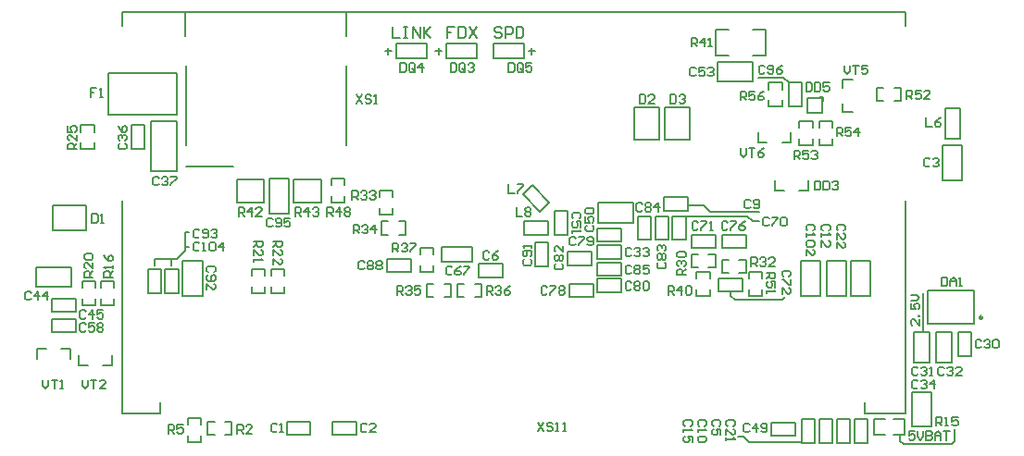
<source format=gto>
G04 Layer_Color=65535*
%FSLAX44Y44*%
%MOMM*%
G71*
G01*
G75*
%ADD39C,0.1500*%
%ADD42C,0.2000*%
%ADD73C,0.2500*%
%ADD95C,0.1800*%
D39*
X824000Y106000D02*
Y141000D01*
X668000Y207000D02*
X674000D01*
X648000Y139000D02*
Y143000D01*
Y139000D02*
X652000Y135000D01*
X695000D01*
X698000Y138000D01*
X803000Y6000D02*
Y12000D01*
Y6000D02*
X806000Y3000D01*
X849921D01*
X853000Y6079D01*
Y17000D01*
X696000Y339000D02*
X701000Y334000D01*
X673000Y339000D02*
X696000D01*
X732000Y306000D02*
Y320000D01*
X718000Y306000D02*
X732000D01*
X718000D02*
Y320000D01*
X732000D01*
X655000Y10000D02*
X655000Y10000D01*
X660000D01*
X665000Y5000D01*
X713000D01*
X121000Y167000D02*
Y173000D01*
X137000D01*
X149000Y185000D02*
X150000Y184000D01*
X153000D01*
X149000Y197000D02*
X153000D01*
X149000Y180000D02*
Y197000D01*
X142000Y173000D02*
X149000Y180000D01*
X137000Y173000D02*
X142000D01*
X137000Y167000D02*
Y173000D01*
X629000Y216000D02*
X674000D01*
X623000Y222000D02*
X629000Y216000D01*
X609000Y222000D02*
X623000D01*
X607000Y212000D02*
X663000D01*
X668000Y207000D01*
X557332Y181665D02*
X555999Y182997D01*
X553333D01*
X552000Y181665D01*
Y176333D01*
X553333Y175000D01*
X555999D01*
X557332Y176333D01*
X559997Y181665D02*
X561330Y182997D01*
X563996D01*
X565329Y181665D01*
Y180332D01*
X563996Y178999D01*
X562663D01*
X563996D01*
X565329Y177666D01*
Y176333D01*
X563996Y175000D01*
X561330D01*
X559997Y176333D01*
X567995Y181665D02*
X569328Y182997D01*
X571993D01*
X573326Y181665D01*
Y180332D01*
X571993Y178999D01*
X570661D01*
X571993D01*
X573326Y177666D01*
Y176333D01*
X571993Y175000D01*
X569328D01*
X567995Y176333D01*
X666332Y225665D02*
X664999Y226997D01*
X662333D01*
X661000Y225665D01*
Y220333D01*
X662333Y219000D01*
X664999D01*
X666332Y220333D01*
X668997D02*
X670330Y219000D01*
X672996D01*
X674329Y220333D01*
Y225665D01*
X672996Y226997D01*
X670330D01*
X668997Y225665D01*
Y224332D01*
X670330Y222999D01*
X674329D01*
X427332Y178664D02*
X425999Y179997D01*
X423333D01*
X422000Y178664D01*
Y173333D01*
X423333Y172000D01*
X425999D01*
X427332Y173333D01*
X435329Y179997D02*
X432663Y178664D01*
X429997Y175999D01*
Y173333D01*
X431330Y172000D01*
X433996D01*
X435329Y173333D01*
Y174666D01*
X433996Y175999D01*
X429997D01*
X162332Y186665D02*
X160999Y187997D01*
X158333D01*
X157000Y186665D01*
Y181333D01*
X158333Y180000D01*
X160999D01*
X162332Y181333D01*
X164997Y180000D02*
X167663D01*
X166330D01*
Y187997D01*
X164997Y186665D01*
X171662D02*
X172995Y187997D01*
X175661D01*
X176994Y186665D01*
Y181333D01*
X175661Y180000D01*
X172995D01*
X171662Y181333D01*
Y186665D01*
X183658Y180000D02*
Y187997D01*
X179659Y183999D01*
X184991D01*
X723664Y198668D02*
X724997Y200001D01*
Y202667D01*
X723664Y204000D01*
X718333D01*
X717000Y202667D01*
Y200001D01*
X718333Y198668D01*
X717000Y196003D02*
Y193337D01*
Y194670D01*
X724997D01*
X723664Y196003D01*
Y189338D02*
X724997Y188005D01*
Y185339D01*
X723664Y184006D01*
X718333D01*
X717000Y185339D01*
Y188005D01*
X718333Y189338D01*
X723664D01*
X717000Y176009D02*
Y181341D01*
X722332Y176009D01*
X723664D01*
X724997Y177342D01*
Y180008D01*
X723664Y181341D01*
X445000Y351997D02*
Y344000D01*
X448999D01*
X450332Y345333D01*
Y350664D01*
X448999Y351997D01*
X445000D01*
X458329Y345333D02*
Y350664D01*
X456996Y351997D01*
X454330D01*
X452997Y350664D01*
Y345333D01*
X454330Y344000D01*
X456996D01*
X455663Y346666D02*
X458329Y344000D01*
X456996D02*
X458329Y345333D01*
X466326Y351997D02*
X460995D01*
Y347999D01*
X463661Y349332D01*
X464994D01*
X466326Y347999D01*
Y345333D01*
X464994Y344000D01*
X462328D01*
X460995Y345333D01*
X279000Y212000D02*
Y219997D01*
X282999D01*
X284332Y218664D01*
Y215999D01*
X282999Y214666D01*
X279000D01*
X281666D02*
X284332Y212000D01*
X290996D02*
Y219997D01*
X286997Y215999D01*
X292329D01*
X294995Y218664D02*
X296328Y219997D01*
X298994D01*
X300326Y218664D01*
Y217332D01*
X298994Y215999D01*
X300326Y214666D01*
Y213333D01*
X298994Y212000D01*
X296328D01*
X294995Y213333D01*
Y214666D01*
X296328Y215999D01*
X294995Y217332D01*
Y218664D01*
X296328Y215999D02*
X298994D01*
X198000Y212000D02*
Y219997D01*
X201999D01*
X203332Y218664D01*
Y215999D01*
X201999Y214666D01*
X198000D01*
X200666D02*
X203332Y212000D01*
X209996D02*
Y219997D01*
X205997Y215999D01*
X211329D01*
X219326Y212000D02*
X213995D01*
X219326Y217332D01*
Y218664D01*
X217994Y219997D01*
X215328D01*
X213995Y218664D01*
X229332Y208664D02*
X227999Y209997D01*
X225333D01*
X224000Y208664D01*
Y203333D01*
X225333Y202000D01*
X227999D01*
X229332Y203333D01*
X231997D02*
X233330Y202000D01*
X235996D01*
X237329Y203333D01*
Y208664D01*
X235996Y209997D01*
X233330D01*
X231997Y208664D01*
Y207332D01*
X233330Y205999D01*
X237329D01*
X245326Y209997D02*
X239995D01*
Y205999D01*
X242661Y207332D01*
X243994D01*
X245326Y205999D01*
Y203333D01*
X243994Y202000D01*
X241328D01*
X239995Y203333D01*
X162332Y198664D02*
X160999Y199997D01*
X158333D01*
X157000Y198664D01*
Y193333D01*
X158333Y192000D01*
X160999D01*
X162332Y193333D01*
X164997D02*
X166330Y192000D01*
X168996D01*
X170329Y193333D01*
Y198664D01*
X168996Y199997D01*
X166330D01*
X164997Y198664D01*
Y197332D01*
X166330Y195999D01*
X170329D01*
X172995Y198664D02*
X174328Y199997D01*
X176994D01*
X178326Y198664D01*
Y197332D01*
X176994Y195999D01*
X175661D01*
X176994D01*
X178326Y194666D01*
Y193333D01*
X176994Y192000D01*
X174328D01*
X172995Y193333D01*
X175665Y160668D02*
X176997Y162001D01*
Y164667D01*
X175665Y166000D01*
X170333D01*
X169000Y164667D01*
Y162001D01*
X170333Y160668D01*
Y158003D02*
X169000Y156670D01*
Y154004D01*
X170333Y152671D01*
X175665D01*
X176997Y154004D01*
Y156670D01*
X175665Y158003D01*
X174332D01*
X172999Y156670D01*
Y152671D01*
X169000Y144674D02*
Y150005D01*
X174332Y144674D01*
X175665D01*
X176997Y146006D01*
Y148672D01*
X175665Y150005D01*
X445000Y240997D02*
Y233000D01*
X450332D01*
X452997Y240997D02*
X458329D01*
Y239664D01*
X452997Y234333D01*
Y233000D01*
X50000Y273000D02*
X42003D01*
Y276999D01*
X43335Y278332D01*
X46001D01*
X47334Y276999D01*
Y273000D01*
Y275666D02*
X50000Y278332D01*
Y286329D02*
Y280997D01*
X44668Y286329D01*
X43335D01*
X42003Y284996D01*
Y282330D01*
X43335Y280997D01*
X42003Y294326D02*
Y288995D01*
X46001D01*
X44668Y291661D01*
Y292994D01*
X46001Y294326D01*
X48667D01*
X50000Y292994D01*
Y290328D01*
X48667Y288995D01*
X58332Y112664D02*
X56999Y113997D01*
X54333D01*
X53000Y112664D01*
Y107333D01*
X54333Y106000D01*
X56999D01*
X58332Y107333D01*
X66329Y113997D02*
X60997D01*
Y109999D01*
X63663Y111332D01*
X64996D01*
X66329Y109999D01*
Y107333D01*
X64996Y106000D01*
X62330D01*
X60997Y107333D01*
X68995Y112664D02*
X70328Y113997D01*
X72994D01*
X74326Y112664D01*
Y111332D01*
X72994Y109999D01*
X74326Y108666D01*
Y107333D01*
X72994Y106000D01*
X70328D01*
X68995Y107333D01*
Y108666D01*
X70328Y109999D01*
X68995Y111332D01*
Y112664D01*
X70328Y109999D02*
X72994D01*
X230000Y189000D02*
X237997D01*
Y185001D01*
X236665Y183668D01*
X233999D01*
X232666Y185001D01*
Y189000D01*
Y186334D02*
X230000Y183668D01*
Y175671D02*
Y181003D01*
X235332Y175671D01*
X236665D01*
X237997Y177004D01*
Y179670D01*
X236665Y181003D01*
X230000Y167674D02*
Y173005D01*
X235332Y167674D01*
X236665D01*
X237997Y169006D01*
Y171672D01*
X236665Y173005D01*
X212000Y189000D02*
X219997D01*
Y185001D01*
X218664Y183668D01*
X215999D01*
X214666Y185001D01*
Y189000D01*
Y186334D02*
X212000Y183668D01*
Y175671D02*
Y181003D01*
X217332Y175671D01*
X218664D01*
X219997Y177004D01*
Y179670D01*
X218664Y181003D01*
X212000Y173005D02*
Y170339D01*
Y171672D01*
X219997D01*
X218664Y173005D01*
X65000Y156000D02*
X57003D01*
Y159999D01*
X58335Y161332D01*
X61001D01*
X62334Y159999D01*
Y156000D01*
Y158666D02*
X65000Y161332D01*
Y169329D02*
Y163997D01*
X59668Y169329D01*
X58335D01*
X57003Y167996D01*
Y165330D01*
X58335Y163997D01*
Y171995D02*
X57003Y173328D01*
Y175994D01*
X58335Y177326D01*
X63667D01*
X65000Y175994D01*
Y173328D01*
X63667Y171995D01*
X58335D01*
X827000Y301997D02*
Y294000D01*
X832332D01*
X840329Y301997D02*
X837663Y300665D01*
X834997Y297999D01*
Y295333D01*
X836330Y294000D01*
X838996D01*
X840329Y295333D01*
Y296666D01*
X838996Y297999D01*
X834997D01*
X616332Y346665D02*
X614999Y347997D01*
X612333D01*
X611000Y346665D01*
Y341333D01*
X612333Y340000D01*
X614999D01*
X616332Y341333D01*
X624329Y347997D02*
X618997D01*
Y343999D01*
X621663Y345332D01*
X622996D01*
X624329Y343999D01*
Y341333D01*
X622996Y340000D01*
X620330D01*
X618997Y341333D01*
X626995Y346665D02*
X628328Y347997D01*
X630994D01*
X632326Y346665D01*
Y345332D01*
X630994Y343999D01*
X629661D01*
X630994D01*
X632326Y342666D01*
Y341333D01*
X630994Y340000D01*
X628328D01*
X626995Y341333D01*
X509664Y209668D02*
X510997Y211001D01*
Y213667D01*
X509664Y215000D01*
X504333D01*
X503000Y213667D01*
Y211001D01*
X504333Y209668D01*
X510997Y201671D02*
Y207003D01*
X506999D01*
X508332Y204337D01*
Y203004D01*
X506999Y201671D01*
X504333D01*
X503000Y203004D01*
Y205670D01*
X504333Y207003D01*
X503000Y199005D02*
Y196339D01*
Y197672D01*
X510997D01*
X509664Y199005D01*
X516335Y203332D02*
X515003Y201999D01*
Y199333D01*
X516335Y198000D01*
X521667D01*
X523000Y199333D01*
Y201999D01*
X521667Y203332D01*
X515003Y211329D02*
Y205997D01*
X519001D01*
X517668Y208663D01*
Y209996D01*
X519001Y211329D01*
X521667D01*
X523000Y209996D01*
Y207330D01*
X521667Y205997D01*
X516335Y213995D02*
X515003Y215328D01*
Y217994D01*
X516335Y219326D01*
X521667D01*
X523000Y217994D01*
Y215328D01*
X521667Y213995D01*
X516335D01*
X58332Y124664D02*
X56999Y125997D01*
X54333D01*
X53000Y124664D01*
Y119333D01*
X54333Y118000D01*
X56999D01*
X58332Y119333D01*
X64996Y118000D02*
Y125997D01*
X60997Y121999D01*
X66329D01*
X74326Y125997D02*
X68995D01*
Y121999D01*
X71661Y123332D01*
X72994D01*
X74326Y121999D01*
Y119333D01*
X72994Y118000D01*
X70328D01*
X68995Y119333D01*
X55000Y61997D02*
Y56666D01*
X57666Y54000D01*
X60332Y56666D01*
Y61997D01*
X62997D02*
X68329D01*
X65663D01*
Y54000D01*
X76326D02*
X70995D01*
X76326Y59332D01*
Y60665D01*
X74994Y61997D01*
X72328D01*
X70995Y60665D01*
X19000Y61997D02*
Y56666D01*
X21666Y54000D01*
X24332Y56666D01*
Y61997D01*
X26997D02*
X32329D01*
X29663D01*
Y54000D01*
X34995D02*
X37661D01*
X36328D01*
Y61997D01*
X34995Y60665D01*
X83000Y156000D02*
X75003D01*
Y159999D01*
X76336Y161332D01*
X79001D01*
X80334Y159999D01*
Y156000D01*
Y158666D02*
X83000Y161332D01*
Y163997D02*
Y166663D01*
Y165330D01*
X75003D01*
X76336Y163997D01*
X75003Y175994D02*
X76336Y173328D01*
X79001Y170662D01*
X81667D01*
X83000Y171995D01*
Y174661D01*
X81667Y175994D01*
X80334D01*
X79001Y174661D01*
Y170662D01*
X836000Y20000D02*
Y27997D01*
X839999D01*
X841332Y26665D01*
Y23999D01*
X839999Y22666D01*
X836000D01*
X838666D02*
X841332Y20000D01*
X843997D02*
X846663D01*
X845330D01*
Y27997D01*
X843997Y26665D01*
X855994Y27997D02*
X850662D01*
Y23999D01*
X853328Y25332D01*
X854661D01*
X855994Y23999D01*
Y21333D01*
X854661Y20000D01*
X851995D01*
X850662Y21333D01*
X134000Y13000D02*
Y20997D01*
X137999D01*
X139332Y19664D01*
Y16999D01*
X137999Y15666D01*
X134000D01*
X136666D02*
X139332Y13000D01*
X147329Y20997D02*
X141997D01*
Y16999D01*
X144663Y18332D01*
X145996D01*
X147329Y16999D01*
Y14333D01*
X145996Y13000D01*
X143330D01*
X141997Y14333D01*
X197000Y13000D02*
Y20997D01*
X200999D01*
X202332Y19664D01*
Y16999D01*
X200999Y15666D01*
X197000D01*
X199666D02*
X202332Y13000D01*
X210329D02*
X204997D01*
X210329Y18332D01*
Y19664D01*
X208996Y20997D01*
X206330D01*
X204997Y19664D01*
X68332Y328997D02*
X63000D01*
Y324999D01*
X65666D01*
X63000D01*
Y321000D01*
X70997D02*
X73663D01*
X72330D01*
Y328997D01*
X70997Y327664D01*
X725000Y243997D02*
Y236000D01*
X728999D01*
X730332Y237333D01*
Y242665D01*
X728999Y243997D01*
X725000D01*
X732997D02*
Y236000D01*
X736996D01*
X738329Y237333D01*
Y242665D01*
X736996Y243997D01*
X732997D01*
X740995Y242665D02*
X742328Y243997D01*
X744994D01*
X746326Y242665D01*
Y241332D01*
X744994Y239999D01*
X743661D01*
X744994D01*
X746326Y238666D01*
Y237333D01*
X744994Y236000D01*
X742328D01*
X740995Y237333D01*
X841000Y155997D02*
Y148000D01*
X844999D01*
X846332Y149333D01*
Y154664D01*
X844999Y155997D01*
X841000D01*
X848997Y148000D02*
Y153332D01*
X851663Y155997D01*
X854329Y153332D01*
Y148000D01*
Y151999D01*
X848997D01*
X856995Y148000D02*
X859661D01*
X858328D01*
Y155997D01*
X856995Y154664D01*
X8332Y141664D02*
X6999Y142997D01*
X4333D01*
X3000Y141664D01*
Y136333D01*
X4333Y135000D01*
X6999D01*
X8332Y136333D01*
X14996Y135000D02*
Y142997D01*
X10997Y138999D01*
X16329D01*
X22994Y135000D02*
Y142997D01*
X18995Y138999D01*
X24326D01*
X125332Y246665D02*
X123999Y247997D01*
X121333D01*
X120000Y246665D01*
Y241333D01*
X121333Y240000D01*
X123999D01*
X125332Y241333D01*
X127997Y246665D02*
X129330Y247997D01*
X131996D01*
X133329Y246665D01*
Y245332D01*
X131996Y243999D01*
X130663D01*
X131996D01*
X133329Y242666D01*
Y241333D01*
X131996Y240000D01*
X129330D01*
X127997Y241333D01*
X135995Y247997D02*
X141326D01*
Y246665D01*
X135995Y241333D01*
Y240000D01*
X89335Y278332D02*
X88003Y276999D01*
Y274333D01*
X89335Y273000D01*
X94667D01*
X96000Y274333D01*
Y276999D01*
X94667Y278332D01*
X89335Y280997D02*
X88003Y282330D01*
Y284996D01*
X89335Y286329D01*
X90668D01*
X92001Y284996D01*
Y283663D01*
Y284996D01*
X93334Y286329D01*
X94667D01*
X96000Y284996D01*
Y282330D01*
X94667Y280997D01*
X88003Y294326D02*
X89335Y291661D01*
X92001Y288995D01*
X94667D01*
X96000Y290328D01*
Y292994D01*
X94667Y294326D01*
X93334D01*
X92001Y292994D01*
Y288995D01*
X819332Y72664D02*
X817999Y73997D01*
X815333D01*
X814000Y72664D01*
Y67333D01*
X815333Y66000D01*
X817999D01*
X819332Y67333D01*
X821997Y72664D02*
X823330Y73997D01*
X825996D01*
X827329Y72664D01*
Y71332D01*
X825996Y69999D01*
X824663D01*
X825996D01*
X827329Y68666D01*
Y67333D01*
X825996Y66000D01*
X823330D01*
X821997Y67333D01*
X829995Y66000D02*
X832661D01*
X831328D01*
Y73997D01*
X829995Y72664D01*
X877332Y97664D02*
X875999Y98997D01*
X873333D01*
X872000Y97664D01*
Y92333D01*
X873333Y91000D01*
X875999D01*
X877332Y92333D01*
X879997Y97664D02*
X881330Y98997D01*
X883996D01*
X885329Y97664D01*
Y96332D01*
X883996Y94999D01*
X882663D01*
X883996D01*
X885329Y93666D01*
Y92333D01*
X883996Y91000D01*
X881330D01*
X879997Y92333D01*
X887995Y97664D02*
X889328Y98997D01*
X891994D01*
X893326Y97664D01*
Y92333D01*
X891994Y91000D01*
X889328D01*
X887995Y92333D01*
Y97664D01*
X751665Y198668D02*
X752997Y200001D01*
Y202667D01*
X751665Y204000D01*
X746333D01*
X745000Y202667D01*
Y200001D01*
X746333Y198668D01*
X745000Y190671D02*
Y196003D01*
X750332Y190671D01*
X751665D01*
X752997Y192004D01*
Y194670D01*
X751665Y196003D01*
X745000Y182673D02*
Y188005D01*
X750332Y182673D01*
X751665D01*
X752997Y184006D01*
Y186672D01*
X751665Y188005D01*
X650665Y19668D02*
X651997Y21001D01*
Y23667D01*
X650665Y25000D01*
X645333D01*
X644000Y23667D01*
Y21001D01*
X645333Y19668D01*
X644000Y11671D02*
Y17003D01*
X649332Y11671D01*
X650665D01*
X651997Y13004D01*
Y15670D01*
X650665Y17003D01*
X644000Y9005D02*
Y6339D01*
Y7672D01*
X651997D01*
X650665Y9005D01*
X611665Y19668D02*
X612997Y21001D01*
Y23667D01*
X611665Y25000D01*
X606333D01*
X605000Y23667D01*
Y21001D01*
X606333Y19668D01*
X605000Y17003D02*
Y14337D01*
Y15670D01*
X612997D01*
X611665Y17003D01*
X612997Y5006D02*
Y10338D01*
X608999D01*
X610332Y7672D01*
Y6339D01*
X608999Y5006D01*
X606333D01*
X605000Y6339D01*
Y9005D01*
X606333Y10338D01*
X737664Y198668D02*
X738997Y200001D01*
Y202667D01*
X737664Y204000D01*
X732333D01*
X731000Y202667D01*
Y200001D01*
X732333Y198668D01*
X731000Y196003D02*
Y193337D01*
Y194670D01*
X738997D01*
X737664Y196003D01*
X731000Y184006D02*
Y189338D01*
X736332Y184006D01*
X737664D01*
X738997Y185339D01*
Y188005D01*
X737664Y189338D01*
X624664Y19668D02*
X625997Y21001D01*
Y23667D01*
X624664Y25000D01*
X619333D01*
X618000Y23667D01*
Y21001D01*
X619333Y19668D01*
X618000Y17003D02*
Y14337D01*
Y15670D01*
X625997D01*
X624664Y17003D01*
Y10338D02*
X625997Y9005D01*
Y6339D01*
X624664Y5006D01*
X619333D01*
X618000Y6339D01*
Y9005D01*
X619333Y10338D01*
X624664D01*
X637664Y19668D02*
X638997Y21001D01*
Y23667D01*
X637664Y25000D01*
X632333D01*
X631000Y23667D01*
Y21001D01*
X632333Y19668D01*
X638997Y11671D02*
Y17003D01*
X634999D01*
X636332Y14337D01*
Y13004D01*
X634999Y11671D01*
X632333D01*
X631000Y13004D01*
Y15670D01*
X632333Y17003D01*
X315332Y20665D02*
X313999Y21997D01*
X311333D01*
X310000Y20665D01*
Y15333D01*
X311333Y14000D01*
X313999D01*
X315332Y15333D01*
X323329Y14000D02*
X317997D01*
X323329Y19332D01*
Y20665D01*
X321996Y21997D01*
X319330D01*
X317997Y20665D01*
X233332D02*
X231999Y21997D01*
X229333D01*
X228000Y20665D01*
Y15333D01*
X229333Y14000D01*
X231999D01*
X233332Y15333D01*
X235997Y14000D02*
X238663D01*
X237330D01*
Y21997D01*
X235997Y20665D01*
X306000Y322997D02*
X311332Y315000D01*
Y322997D02*
X306000Y315000D01*
X319329Y321665D02*
X317996Y322997D01*
X315330D01*
X313997Y321665D01*
Y320332D01*
X315330Y318999D01*
X317996D01*
X319329Y317666D01*
Y316333D01*
X317996Y315000D01*
X315330D01*
X313997Y316333D01*
X321995Y315000D02*
X324661D01*
X323328D01*
Y322997D01*
X321995Y321665D01*
X472000Y22997D02*
X477332Y15000D01*
Y22997D02*
X472000Y15000D01*
X485329Y21665D02*
X483996Y22997D01*
X481330D01*
X479997Y21665D01*
Y20332D01*
X481330Y18999D01*
X483996D01*
X485329Y17666D01*
Y16333D01*
X483996Y15000D01*
X481330D01*
X479997Y16333D01*
X487995Y15000D02*
X490661D01*
X489328D01*
Y22997D01*
X487995Y21665D01*
X494659Y15000D02*
X497325D01*
X495992D01*
Y22997D01*
X494659Y21665D01*
X393332Y164664D02*
X391999Y165997D01*
X389333D01*
X388000Y164664D01*
Y159333D01*
X389333Y158000D01*
X391999D01*
X393332Y159333D01*
X401329Y165997D02*
X398663Y164664D01*
X395997Y161999D01*
Y159333D01*
X397330Y158000D01*
X399996D01*
X401329Y159333D01*
Y160666D01*
X399996Y161999D01*
X395997D01*
X403995Y165997D02*
X409327D01*
Y164664D01*
X403995Y159333D01*
Y158000D01*
X683332Y209664D02*
X681999Y210997D01*
X679333D01*
X678000Y209664D01*
Y204333D01*
X679333Y203000D01*
X681999D01*
X683332Y204333D01*
X685997Y210997D02*
X691329D01*
Y209664D01*
X685997Y204333D01*
Y203000D01*
X693995Y209664D02*
X695328Y210997D01*
X697993D01*
X699326Y209664D01*
Y204333D01*
X697993Y203000D01*
X695328D01*
X693995Y204333D01*
Y209664D01*
X618332Y205665D02*
X616999Y206997D01*
X614333D01*
X613000Y205665D01*
Y200333D01*
X614333Y199000D01*
X616999D01*
X618332Y200333D01*
X620997Y206997D02*
X626329D01*
Y205665D01*
X620997Y200333D01*
Y199000D01*
X628995D02*
X631661D01*
X630328D01*
Y206997D01*
X628995Y205665D01*
X701665Y156668D02*
X702997Y158001D01*
Y160667D01*
X701665Y162000D01*
X696333D01*
X695000Y160667D01*
Y158001D01*
X696333Y156668D01*
X702997Y154003D02*
Y148671D01*
X701665D01*
X696333Y154003D01*
X695000D01*
Y140674D02*
Y146005D01*
X700332Y140674D01*
X701665D01*
X702997Y142006D01*
Y144672D01*
X701665Y146005D01*
X645332Y205665D02*
X643999Y206997D01*
X641333D01*
X640000Y205665D01*
Y200333D01*
X641333Y199000D01*
X643999D01*
X645332Y200333D01*
X647997Y206997D02*
X653329D01*
Y205665D01*
X647997Y200333D01*
Y199000D01*
X661326Y206997D02*
X658661Y205665D01*
X655995Y202999D01*
Y200333D01*
X657328Y199000D01*
X659994D01*
X661326Y200333D01*
Y201666D01*
X659994Y202999D01*
X655995D01*
X480332Y146664D02*
X478999Y147997D01*
X476333D01*
X475000Y146664D01*
Y141333D01*
X476333Y140000D01*
X478999D01*
X480332Y141333D01*
X482997Y147997D02*
X488329D01*
Y146664D01*
X482997Y141333D01*
Y140000D01*
X490995Y146664D02*
X492328Y147997D01*
X494994D01*
X496326Y146664D01*
Y145332D01*
X494994Y143999D01*
X496326Y142666D01*
Y141333D01*
X494994Y140000D01*
X492328D01*
X490995Y141333D01*
Y142666D01*
X492328Y143999D01*
X490995Y145332D01*
Y146664D01*
X492328Y143999D02*
X494994D01*
X506332Y191665D02*
X504999Y192997D01*
X502333D01*
X501000Y191665D01*
Y186333D01*
X502333Y185000D01*
X504999D01*
X506332Y186333D01*
X508997Y192997D02*
X514329D01*
Y191665D01*
X508997Y186333D01*
Y185000D01*
X516995Y186333D02*
X518328Y185000D01*
X520993D01*
X522326Y186333D01*
Y191665D01*
X520993Y192997D01*
X518328D01*
X516995Y191665D01*
Y190332D01*
X518328Y188999D01*
X522326D01*
X557332Y150665D02*
X555999Y151997D01*
X553333D01*
X552000Y150665D01*
Y145333D01*
X553333Y144000D01*
X555999D01*
X557332Y145333D01*
X559997Y150665D02*
X561330Y151997D01*
X563996D01*
X565329Y150665D01*
Y149332D01*
X563996Y147999D01*
X565329Y146666D01*
Y145333D01*
X563996Y144000D01*
X561330D01*
X559997Y145333D01*
Y146666D01*
X561330Y147999D01*
X559997Y149332D01*
Y150665D01*
X561330Y147999D02*
X563996D01*
X567995Y150665D02*
X569328Y151997D01*
X571993D01*
X573326Y150665D01*
Y145333D01*
X571993Y144000D01*
X569328D01*
X567995Y145333D01*
Y150665D01*
X488335Y168332D02*
X487003Y166999D01*
Y164333D01*
X488335Y163000D01*
X493667D01*
X495000Y164333D01*
Y166999D01*
X493667Y168332D01*
X488335Y170997D02*
X487003Y172330D01*
Y174996D01*
X488335Y176329D01*
X489668D01*
X491001Y174996D01*
X492334Y176329D01*
X493667D01*
X495000Y174996D01*
Y172330D01*
X493667Y170997D01*
X492334D01*
X491001Y172330D01*
X489668Y170997D01*
X488335D01*
X491001Y172330D02*
Y174996D01*
X495000Y184326D02*
Y178995D01*
X489668Y184326D01*
X488335D01*
X487003Y182994D01*
Y180328D01*
X488335Y178995D01*
X582336Y169332D02*
X581003Y167999D01*
Y165333D01*
X582336Y164000D01*
X587667D01*
X589000Y165333D01*
Y167999D01*
X587667Y169332D01*
X582336Y171997D02*
X581003Y173330D01*
Y175996D01*
X582336Y177329D01*
X583668D01*
X585001Y175996D01*
X586334Y177329D01*
X587667D01*
X589000Y175996D01*
Y173330D01*
X587667Y171997D01*
X586334D01*
X585001Y173330D01*
X583668Y171997D01*
X582336D01*
X585001Y173330D02*
Y175996D01*
X582336Y179995D02*
X581003Y181328D01*
Y183994D01*
X582336Y185326D01*
X583668D01*
X585001Y183994D01*
Y182661D01*
Y183994D01*
X586334Y185326D01*
X587667D01*
X589000Y183994D01*
Y181328D01*
X587667Y179995D01*
X567332Y222665D02*
X565999Y223997D01*
X563333D01*
X562000Y222665D01*
Y217333D01*
X563333Y216000D01*
X565999D01*
X567332Y217333D01*
X569997Y222665D02*
X571330Y223997D01*
X573996D01*
X575329Y222665D01*
Y221332D01*
X573996Y219999D01*
X575329Y218666D01*
Y217333D01*
X573996Y216000D01*
X571330D01*
X569997Y217333D01*
Y218666D01*
X571330Y219999D01*
X569997Y221332D01*
Y222665D01*
X571330Y219999D02*
X573996D01*
X581994Y216000D02*
Y223997D01*
X577995Y219999D01*
X583326D01*
X557332Y165665D02*
X555999Y166997D01*
X553333D01*
X552000Y165665D01*
Y160333D01*
X553333Y159000D01*
X555999D01*
X557332Y160333D01*
X559997Y165665D02*
X561330Y166997D01*
X563996D01*
X565329Y165665D01*
Y164332D01*
X563996Y162999D01*
X565329Y161666D01*
Y160333D01*
X563996Y159000D01*
X561330D01*
X559997Y160333D01*
Y161666D01*
X561330Y162999D01*
X559997Y164332D01*
Y165665D01*
X561330Y162999D02*
X563996D01*
X573326Y166997D02*
X567995D01*
Y162999D01*
X570661Y164332D01*
X571993D01*
X573326Y162999D01*
Y160333D01*
X571993Y159000D01*
X569328D01*
X567995Y160333D01*
X313332Y169664D02*
X311999Y170997D01*
X309333D01*
X308000Y169664D01*
Y164333D01*
X309333Y163000D01*
X311999D01*
X313332Y164333D01*
X315997Y169664D02*
X317330Y170997D01*
X319996D01*
X321329Y169664D01*
Y168332D01*
X319996Y166999D01*
X321329Y165666D01*
Y164333D01*
X319996Y163000D01*
X317330D01*
X315997Y164333D01*
Y165666D01*
X317330Y166999D01*
X315997Y168332D01*
Y169664D01*
X317330Y166999D02*
X319996D01*
X323995Y169664D02*
X325328Y170997D01*
X327994D01*
X329326Y169664D01*
Y168332D01*
X327994Y166999D01*
X329326Y165666D01*
Y164333D01*
X327994Y163000D01*
X325328D01*
X323995Y164333D01*
Y165666D01*
X325328Y166999D01*
X323995Y168332D01*
Y169664D01*
X325328Y166999D02*
X327994D01*
X459336Y172332D02*
X458003Y170999D01*
Y168333D01*
X459336Y167000D01*
X464667D01*
X466000Y168333D01*
Y170999D01*
X464667Y172332D01*
Y174997D02*
X466000Y176330D01*
Y178996D01*
X464667Y180329D01*
X459336D01*
X458003Y178996D01*
Y176330D01*
X459336Y174997D01*
X460668D01*
X462001Y176330D01*
Y180329D01*
X466000Y182995D02*
Y185661D01*
Y184328D01*
X458003D01*
X459336Y182995D01*
X392000Y351997D02*
Y344000D01*
X395999D01*
X397332Y345333D01*
Y350664D01*
X395999Y351997D01*
X392000D01*
X405329Y345333D02*
Y350664D01*
X403996Y351997D01*
X401330D01*
X399997Y350664D01*
Y345333D01*
X401330Y344000D01*
X403996D01*
X402663Y346666D02*
X405329Y344000D01*
X403996D02*
X405329Y345333D01*
X407995Y350664D02*
X409328Y351997D01*
X411994D01*
X413326Y350664D01*
Y349332D01*
X411994Y347999D01*
X410661D01*
X411994D01*
X413326Y346666D01*
Y345333D01*
X411994Y344000D01*
X409328D01*
X407995Y345333D01*
X346000Y351997D02*
Y344000D01*
X349999D01*
X351332Y345333D01*
Y350664D01*
X349999Y351997D01*
X346000D01*
X359329Y345333D02*
Y350664D01*
X357996Y351997D01*
X355330D01*
X353997Y350664D01*
Y345333D01*
X355330Y344000D01*
X357996D01*
X356663Y346666D02*
X359329Y344000D01*
X357996D02*
X359329Y345333D01*
X365994Y344000D02*
Y351997D01*
X361995Y347999D01*
X367326D01*
X452000Y219997D02*
Y212000D01*
X457332D01*
X459997Y218664D02*
X461330Y219997D01*
X463996D01*
X465329Y218664D01*
Y217332D01*
X463996Y215999D01*
X465329Y214666D01*
Y213333D01*
X463996Y212000D01*
X461330D01*
X459997Y213333D01*
Y214666D01*
X461330Y215999D01*
X459997Y217332D01*
Y218664D01*
X461330Y215999D02*
X463996D01*
X607000Y158000D02*
X599003D01*
Y161999D01*
X600336Y163332D01*
X603001D01*
X604334Y161999D01*
Y158000D01*
Y160666D02*
X607000Y163332D01*
X600336Y165997D02*
X599003Y167330D01*
Y169996D01*
X600336Y171329D01*
X601668D01*
X603001Y169996D01*
Y168663D01*
Y169996D01*
X604334Y171329D01*
X605667D01*
X607000Y169996D01*
Y167330D01*
X605667Y165997D01*
X600336Y173995D02*
X599003Y175328D01*
Y177994D01*
X600336Y179326D01*
X605667D01*
X607000Y177994D01*
Y175328D01*
X605667Y173995D01*
X600336D01*
X667000Y166000D02*
Y173997D01*
X670999D01*
X672332Y172665D01*
Y169999D01*
X670999Y168666D01*
X667000D01*
X669666D02*
X672332Y166000D01*
X674997Y172665D02*
X676330Y173997D01*
X678996D01*
X680329Y172665D01*
Y171332D01*
X678996Y169999D01*
X677663D01*
X678996D01*
X680329Y168666D01*
Y167333D01*
X678996Y166000D01*
X676330D01*
X674997Y167333D01*
X688326Y166000D02*
X682995D01*
X688326Y171332D01*
Y172665D01*
X686993Y173997D01*
X684328D01*
X682995Y172665D01*
X302000Y227000D02*
Y234997D01*
X305999D01*
X307332Y233664D01*
Y230999D01*
X305999Y229666D01*
X302000D01*
X304666D02*
X307332Y227000D01*
X309997Y233664D02*
X311330Y234997D01*
X313996D01*
X315329Y233664D01*
Y232332D01*
X313996Y230999D01*
X312663D01*
X313996D01*
X315329Y229666D01*
Y228333D01*
X313996Y227000D01*
X311330D01*
X309997Y228333D01*
X317995Y233664D02*
X319328Y234997D01*
X321994D01*
X323326Y233664D01*
Y232332D01*
X321994Y230999D01*
X320661D01*
X321994D01*
X323326Y229666D01*
Y228333D01*
X321994Y227000D01*
X319328D01*
X317995Y228333D01*
X303000Y196000D02*
Y203997D01*
X306999D01*
X308332Y202665D01*
Y199999D01*
X306999Y198666D01*
X303000D01*
X305666D02*
X308332Y196000D01*
X310997Y202665D02*
X312330Y203997D01*
X314996D01*
X316329Y202665D01*
Y201332D01*
X314996Y199999D01*
X313663D01*
X314996D01*
X316329Y198666D01*
Y197333D01*
X314996Y196000D01*
X312330D01*
X310997Y197333D01*
X322994Y196000D02*
Y203997D01*
X318995Y199999D01*
X324327D01*
X343000Y140000D02*
Y147997D01*
X346999D01*
X348332Y146664D01*
Y143999D01*
X346999Y142666D01*
X343000D01*
X345666D02*
X348332Y140000D01*
X350997Y146664D02*
X352330Y147997D01*
X354996D01*
X356329Y146664D01*
Y145332D01*
X354996Y143999D01*
X353663D01*
X354996D01*
X356329Y142666D01*
Y141333D01*
X354996Y140000D01*
X352330D01*
X350997Y141333D01*
X364326Y147997D02*
X358995D01*
Y143999D01*
X361661Y145332D01*
X362994D01*
X364326Y143999D01*
Y141333D01*
X362994Y140000D01*
X360328D01*
X358995Y141333D01*
X425000Y140000D02*
Y147997D01*
X428999D01*
X430332Y146664D01*
Y143999D01*
X428999Y142666D01*
X425000D01*
X427666D02*
X430332Y140000D01*
X432997Y146664D02*
X434330Y147997D01*
X436996D01*
X438329Y146664D01*
Y145332D01*
X436996Y143999D01*
X435663D01*
X436996D01*
X438329Y142666D01*
Y141333D01*
X436996Y140000D01*
X434330D01*
X432997Y141333D01*
X446326Y147997D02*
X443661Y146664D01*
X440995Y143999D01*
Y141333D01*
X442328Y140000D01*
X444994D01*
X446326Y141333D01*
Y142666D01*
X444994Y143999D01*
X440995D01*
X339000Y179000D02*
Y186997D01*
X342999D01*
X344332Y185665D01*
Y182999D01*
X342999Y181666D01*
X339000D01*
X341666D02*
X344332Y179000D01*
X346997Y185665D02*
X348330Y186997D01*
X350996D01*
X352329Y185665D01*
Y184332D01*
X350996Y182999D01*
X349663D01*
X350996D01*
X352329Y181666D01*
Y180333D01*
X350996Y179000D01*
X348330D01*
X346997Y180333D01*
X354995Y186997D02*
X360326D01*
Y185665D01*
X354995Y180333D01*
Y179000D01*
X591000Y140000D02*
Y147997D01*
X594999D01*
X596332Y146664D01*
Y143999D01*
X594999Y142666D01*
X591000D01*
X593666D02*
X596332Y140000D01*
X602996D02*
Y147997D01*
X598997Y143999D01*
X604329D01*
X606995Y146664D02*
X608328Y147997D01*
X610994D01*
X612327Y146664D01*
Y141333D01*
X610994Y140000D01*
X608328D01*
X606995Y141333D01*
Y146664D01*
X612000Y367000D02*
Y374997D01*
X615999D01*
X617332Y373665D01*
Y370999D01*
X615999Y369666D01*
X612000D01*
X614666D02*
X617332Y367000D01*
X623996D02*
Y374997D01*
X619997Y370999D01*
X625329D01*
X627995Y367000D02*
X630661D01*
X629328D01*
Y374997D01*
X627995Y373665D01*
X681000Y160000D02*
X688997D01*
Y156001D01*
X687664Y154668D01*
X684999D01*
X683666Y156001D01*
Y160000D01*
Y157334D02*
X681000Y154668D01*
X688997Y146671D02*
Y152003D01*
X684999D01*
X686332Y149337D01*
Y148004D01*
X684999Y146671D01*
X682333D01*
X681000Y148004D01*
Y150670D01*
X682333Y152003D01*
X681000Y144005D02*
Y141339D01*
Y142672D01*
X688997D01*
X687664Y144005D01*
X679332Y348665D02*
X677999Y349997D01*
X675333D01*
X674000Y348665D01*
Y343333D01*
X675333Y342000D01*
X677999D01*
X679332Y343333D01*
X681997D02*
X683330Y342000D01*
X685996D01*
X687329Y343333D01*
Y348665D01*
X685996Y349997D01*
X683330D01*
X681997Y348665D01*
Y347332D01*
X683330Y345999D01*
X687329D01*
X695326Y349997D02*
X692661Y348665D01*
X689995Y345999D01*
Y343333D01*
X691328Y342000D01*
X693994D01*
X695326Y343333D01*
Y344666D01*
X693994Y345999D01*
X689995D01*
X717000Y333997D02*
Y326000D01*
X720999D01*
X722332Y327333D01*
Y332664D01*
X720999Y333997D01*
X717000D01*
X724997D02*
Y326000D01*
X728996D01*
X730329Y327333D01*
Y332664D01*
X728996Y333997D01*
X724997D01*
X738326D02*
X732995D01*
Y329999D01*
X735661Y331332D01*
X736993D01*
X738326Y329999D01*
Y327333D01*
X736993Y326000D01*
X734328D01*
X732995Y327333D01*
X809000Y319000D02*
Y326997D01*
X812999D01*
X814332Y325664D01*
Y322999D01*
X812999Y321666D01*
X809000D01*
X811666D02*
X814332Y319000D01*
X822329Y326997D02*
X816997D01*
Y322999D01*
X819663Y324332D01*
X820996D01*
X822329Y322999D01*
Y320333D01*
X820996Y319000D01*
X818330D01*
X816997Y320333D01*
X830327Y319000D02*
X824995D01*
X830327Y324332D01*
Y325664D01*
X828994Y326997D01*
X826328D01*
X824995Y325664D01*
X706000Y264000D02*
Y271997D01*
X709999D01*
X711332Y270665D01*
Y267999D01*
X709999Y266666D01*
X706000D01*
X708666D02*
X711332Y264000D01*
X719329Y271997D02*
X713997D01*
Y267999D01*
X716663Y269332D01*
X717996D01*
X719329Y267999D01*
Y265333D01*
X717996Y264000D01*
X715330D01*
X713997Y265333D01*
X721995Y270665D02*
X723328Y271997D01*
X725994D01*
X727327Y270665D01*
Y269332D01*
X725994Y267999D01*
X724661D01*
X725994D01*
X727327Y266666D01*
Y265333D01*
X725994Y264000D01*
X723328D01*
X721995Y265333D01*
X745000Y285000D02*
Y292997D01*
X748999D01*
X750332Y291665D01*
Y288999D01*
X748999Y287666D01*
X745000D01*
X747666D02*
X750332Y285000D01*
X758329Y292997D02*
X752997D01*
Y288999D01*
X755663Y290332D01*
X756996D01*
X758329Y288999D01*
Y286333D01*
X756996Y285000D01*
X754330D01*
X752997Y286333D01*
X764994Y285000D02*
Y292997D01*
X760995Y288999D01*
X766327D01*
X657000Y318000D02*
Y325997D01*
X660999D01*
X662332Y324664D01*
Y321999D01*
X660999Y320666D01*
X657000D01*
X659666D02*
X662332Y318000D01*
X670329Y325997D02*
X664997D01*
Y321999D01*
X667663Y323332D01*
X668996D01*
X670329Y321999D01*
Y319333D01*
X668996Y318000D01*
X666330D01*
X664997Y319333D01*
X678326Y325997D02*
X675661Y324664D01*
X672995Y321999D01*
Y319333D01*
X674328Y318000D01*
X676994D01*
X678326Y319333D01*
Y320666D01*
X676994Y321999D01*
X672995D01*
X752000Y349997D02*
Y344666D01*
X754666Y342000D01*
X757332Y344666D01*
Y349997D01*
X759997D02*
X765329D01*
X762663D01*
Y342000D01*
X773326Y349997D02*
X767995D01*
Y345999D01*
X770661Y347332D01*
X771994D01*
X773326Y345999D01*
Y343333D01*
X771994Y342000D01*
X769328D01*
X767995Y343333D01*
X657000Y273997D02*
Y268666D01*
X659666Y266000D01*
X662332Y268666D01*
Y273997D01*
X664997D02*
X670329D01*
X667663D01*
Y266000D01*
X678326Y273997D02*
X675661Y272665D01*
X672995Y269999D01*
Y267333D01*
X674328Y266000D01*
X676994D01*
X678326Y267333D01*
Y268666D01*
X676994Y269999D01*
X672995D01*
X64000Y213997D02*
Y206000D01*
X67999D01*
X69332Y207333D01*
Y212665D01*
X67999Y213997D01*
X64000D01*
X71997Y206000D02*
X74663D01*
X73330D01*
Y213997D01*
X71997Y212665D01*
X250000Y212000D02*
Y219997D01*
X253999D01*
X255332Y218664D01*
Y215999D01*
X253999Y214666D01*
X250000D01*
X252666D02*
X255332Y212000D01*
X261996D02*
Y219997D01*
X257997Y215999D01*
X263329D01*
X265995Y218664D02*
X267328Y219997D01*
X269994D01*
X271327Y218664D01*
Y217332D01*
X269994Y215999D01*
X268661D01*
X269994D01*
X271327Y214666D01*
Y213333D01*
X269994Y212000D01*
X267328D01*
X265995Y213333D01*
X819332Y60665D02*
X817999Y61997D01*
X815333D01*
X814000Y60665D01*
Y55333D01*
X815333Y54000D01*
X817999D01*
X819332Y55333D01*
X821997Y60665D02*
X823330Y61997D01*
X825996D01*
X827329Y60665D01*
Y59332D01*
X825996Y57999D01*
X824663D01*
X825996D01*
X827329Y56666D01*
Y55333D01*
X825996Y54000D01*
X823330D01*
X821997Y55333D01*
X833994Y54000D02*
Y61997D01*
X829995Y57999D01*
X835326D01*
X665332Y20665D02*
X663999Y21997D01*
X661333D01*
X660000Y20665D01*
Y15333D01*
X661333Y14000D01*
X663999D01*
X665332Y15333D01*
X671996Y14000D02*
Y21997D01*
X667997Y17999D01*
X673329D01*
X675995Y15333D02*
X677328Y14000D01*
X679994D01*
X681327Y15333D01*
Y20665D01*
X679994Y21997D01*
X677328D01*
X675995Y20665D01*
Y19332D01*
X677328Y17999D01*
X681327D01*
X843332Y72664D02*
X841999Y73997D01*
X839333D01*
X838000Y72664D01*
Y67333D01*
X839333Y66000D01*
X841999D01*
X843332Y67333D01*
X845997Y72664D02*
X847330Y73997D01*
X849996D01*
X851329Y72664D01*
Y71332D01*
X849996Y69999D01*
X848663D01*
X849996D01*
X851329Y68666D01*
Y67333D01*
X849996Y66000D01*
X847330D01*
X845997Y67333D01*
X859326Y66000D02*
X853995D01*
X859326Y71332D01*
Y72664D01*
X857994Y73997D01*
X855328D01*
X853995Y72664D01*
X830332Y263664D02*
X828999Y264997D01*
X826333D01*
X825000Y263664D01*
Y258333D01*
X826333Y257000D01*
X828999D01*
X830332Y258333D01*
X832997Y263664D02*
X834330Y264997D01*
X836996D01*
X838329Y263664D01*
Y262332D01*
X836996Y260999D01*
X835663D01*
X836996D01*
X838329Y259666D01*
Y258333D01*
X836996Y257000D01*
X834330D01*
X832997Y258333D01*
X565000Y322997D02*
Y315000D01*
X568999D01*
X570332Y316333D01*
Y321665D01*
X568999Y322997D01*
X565000D01*
X578329Y315000D02*
X572997D01*
X578329Y320332D01*
Y321665D01*
X576996Y322997D01*
X574330D01*
X572997Y321665D01*
X593000Y322997D02*
Y315000D01*
X596999D01*
X598332Y316333D01*
Y321665D01*
X596999Y322997D01*
X593000D01*
X600997Y321665D02*
X602330Y322997D01*
X604996D01*
X606329Y321665D01*
Y320332D01*
X604996Y318999D01*
X603663D01*
X604996D01*
X606329Y317666D01*
Y316333D01*
X604996Y315000D01*
X602330D01*
X600997Y316333D01*
D42*
X588000Y311500D02*
X611000D01*
X588000Y281500D02*
Y311500D01*
Y281500D02*
X611000D01*
Y311500D01*
X560000D02*
X583000D01*
X560000Y281500D02*
Y311500D01*
Y281500D02*
X583000D01*
Y311500D01*
X842000Y245000D02*
Y277000D01*
X860000D01*
Y245000D02*
Y277000D01*
X842000Y245000D02*
X860000D01*
X836000Y78000D02*
X850000D01*
X836000Y106000D02*
X850000D01*
Y78000D02*
Y106000D01*
X836000Y78000D02*
Y106000D01*
X685000Y11000D02*
X707000D01*
X685000Y23000D02*
X707000D01*
Y11000D02*
Y23000D01*
X685000Y11000D02*
Y23000D01*
X832000Y19000D02*
Y51000D01*
X814000Y19000D02*
X832000D01*
X814000D02*
Y51000D01*
X832000D01*
X248500Y245500D02*
X273500D01*
Y224500D02*
Y245500D01*
X248500Y224500D02*
X273500D01*
X248500D02*
Y245500D01*
X28500Y199000D02*
Y222000D01*
Y199000D02*
X58500D01*
Y222000D01*
X28500D02*
X58500D01*
X673000Y279500D02*
X681000D01*
X673000D02*
Y288500D01*
X695000Y279500D02*
X703000D01*
Y288500D01*
X750500Y329000D02*
Y337000D01*
X759500D01*
X750500Y307000D02*
Y315000D01*
Y307000D02*
X759500D01*
X695000Y312000D02*
Y318000D01*
X683000Y312000D02*
X695000D01*
X683000D02*
Y318000D01*
Y328000D02*
Y334000D01*
X695000D01*
Y328000D02*
Y334000D01*
X729000Y293000D02*
Y299000D01*
X741000D01*
Y293000D02*
Y299000D01*
Y277000D02*
Y283000D01*
X729000Y277000D02*
X741000D01*
X729000D02*
Y283000D01*
X711000Y293000D02*
Y299000D01*
X723000D01*
Y293000D02*
Y299000D01*
Y277000D02*
Y283000D01*
X711000Y277000D02*
X723000D01*
X711000D02*
Y283000D01*
X798000Y329000D02*
X804000D01*
Y317000D02*
Y329000D01*
X798000Y317000D02*
X804000D01*
X782000D02*
X788000D01*
X782000D02*
Y329000D01*
X788000D01*
X729000Y321000D02*
X733000D01*
Y317000D02*
Y321000D01*
X701000Y312000D02*
X713000D01*
X701000Y334000D02*
X713000D01*
X701000Y312000D02*
Y334000D01*
X713000Y312000D02*
Y334000D01*
X677000Y139000D02*
Y145000D01*
X665000Y139000D02*
X677000D01*
X665000D02*
Y145000D01*
Y155000D02*
Y161000D01*
X677000D01*
Y155000D02*
Y161000D01*
X680000Y359000D02*
Y383000D01*
X634000Y359000D02*
Y383000D01*
Y359000D02*
X646000D01*
X668000D02*
X680000D01*
X668000Y383000D02*
X680000D01*
X634000D02*
X646000D01*
X617000Y139000D02*
Y145000D01*
Y139000D02*
X629000D01*
Y145000D01*
Y155000D02*
Y161000D01*
X617000D02*
X629000D01*
X617000Y155000D02*
Y161000D01*
X364000D02*
Y167000D01*
Y161000D02*
X376000D01*
Y167000D01*
Y177000D02*
Y183000D01*
X364000D02*
X376000D01*
X364000Y177000D02*
Y183000D01*
X414000Y138000D02*
X420000D01*
Y150000D01*
X414000D02*
X420000D01*
X398000D02*
X404000D01*
X398000Y138000D02*
Y150000D01*
Y138000D02*
X404000D01*
X370000Y150000D02*
X376000D01*
X370000Y138000D02*
Y150000D01*
Y138000D02*
X376000D01*
X386000D02*
X392000D01*
Y150000D01*
X386000D02*
X392000D01*
X329000Y207000D02*
X335000D01*
X329000Y195000D02*
Y207000D01*
Y195000D02*
X335000D01*
X345000D02*
X351000D01*
Y207000D01*
X345000D02*
X351000D01*
X327000Y213000D02*
Y219000D01*
Y213000D02*
X339000D01*
Y219000D01*
Y229000D02*
Y235000D01*
X327000Y235000D02*
X339000Y235000D01*
X327000Y229000D02*
Y235000D01*
X656000Y160000D02*
X662000D01*
Y172000D01*
X656000D02*
X662000D01*
X640000D02*
X646000D01*
X640000Y160000D02*
Y172000D01*
Y160000D02*
X646000D01*
X612000Y177000D02*
X618000D01*
X612000Y165000D02*
Y177000D01*
Y165000D02*
X618000D01*
X628000D02*
X634000D01*
Y177000D01*
X628000D02*
X634000D01*
X459000Y207000D02*
X481000D01*
X459000Y195000D02*
X481000D01*
X459000D02*
Y207000D01*
X481000Y195000D02*
Y207000D01*
X370000Y356000D02*
Y370000D01*
X342000Y356000D02*
X370000D01*
X342000D02*
Y370000D01*
X370000D01*
X335000Y360000D02*
Y366000D01*
X332000Y363000D02*
X338000D01*
X416000Y356000D02*
Y370000D01*
X388000Y356000D02*
X416000D01*
X388000D02*
Y370000D01*
X416000D01*
X381000Y360000D02*
Y366000D01*
X378000Y363000D02*
X384000D01*
X469000Y166000D02*
X481000D01*
X469000Y188000D02*
X481000D01*
X469000Y166000D02*
Y188000D01*
X481000Y166000D02*
Y188000D01*
X334000Y161000D02*
Y173000D01*
X356000Y161000D02*
Y173000D01*
X334000D02*
X356000D01*
X334000Y161000D02*
X356000D01*
X548000Y157500D02*
Y169500D01*
X526000Y157500D02*
Y169500D01*
Y157500D02*
X548000D01*
X526000Y169500D02*
X548000D01*
X563000Y190000D02*
X575000D01*
X563000Y212000D02*
X575000D01*
X563000Y190000D02*
Y212000D01*
X575000Y190000D02*
Y212000D01*
X579000Y190000D02*
X591000D01*
X579000Y212000D02*
X591000D01*
X579000Y190000D02*
Y212000D01*
X591000Y190000D02*
Y212000D01*
X499000Y167000D02*
Y179000D01*
X521000Y167000D02*
Y179000D01*
X499000D02*
X521000D01*
X499000Y167000D02*
X521000D01*
X548000Y142500D02*
Y154500D01*
X526000Y142500D02*
Y154500D01*
Y142500D02*
X548000D01*
X526000Y154500D02*
X548000D01*
Y189000D02*
Y201000D01*
X526000Y189000D02*
Y201000D01*
Y189000D02*
X548000D01*
X526000Y201000D02*
X548000D01*
X501000Y138000D02*
Y150000D01*
X523000Y138000D02*
Y150000D01*
X501000D02*
X523000D01*
X501000Y138000D02*
X523000D01*
X662000Y183000D02*
Y195000D01*
X640000Y183000D02*
Y195000D01*
Y183000D02*
X662000D01*
X640000Y195000D02*
X662000D01*
X659000Y143000D02*
Y155000D01*
X637000Y143000D02*
Y155000D01*
Y143000D02*
X659000D01*
X637000Y155000D02*
X659000D01*
X612000Y183000D02*
Y195000D01*
X634000Y183000D02*
Y195000D01*
X612000D02*
X634000D01*
X612000Y183000D02*
X634000D01*
X595000Y190000D02*
X607000D01*
X595000Y212000D02*
X607000D01*
X595000Y190000D02*
Y212000D01*
X607000Y190000D02*
Y212000D01*
X384000Y184000D02*
X412000D01*
X384000Y170000D02*
X412000D01*
Y184000D01*
X384000Y170000D02*
Y184000D01*
X808000Y31000D02*
Y226000D01*
Y386000D02*
Y399000D01*
X92000Y386000D02*
Y399000D01*
Y31000D02*
Y226000D01*
X771000Y31000D02*
X808000D01*
X126000D02*
Y41000D01*
X771000Y31000D02*
Y41000D01*
X92000Y399000D02*
X808000D01*
X92000Y31000D02*
X126000D01*
X149500Y399000D02*
X296500D01*
X149500Y377000D02*
Y399000D01*
X150000Y277000D02*
Y349500D01*
Y257000D02*
X193000D01*
X296500Y377000D02*
Y399000D01*
X297000Y277000D02*
Y349500D01*
X242000Y12000D02*
Y24000D01*
X264000Y12000D02*
Y24000D01*
X242000D02*
X264000D01*
X242000Y12000D02*
X264000D01*
X284000D02*
Y24000D01*
X306000Y12000D02*
Y24000D01*
X284000D02*
X306000D01*
X284000Y12000D02*
X306000D01*
X745000Y26000D02*
X757000D01*
X745000Y4000D02*
X757000D01*
Y26000D01*
X745000Y4000D02*
Y26000D01*
X729000Y26000D02*
X741000D01*
X729000Y4000D02*
X741000D01*
Y26000D01*
X729000Y4000D02*
Y26000D01*
X754000Y139000D02*
Y171000D01*
X736000Y139000D02*
X754000D01*
X736000D02*
Y171000D01*
X754000D01*
X713000Y26000D02*
X725000D01*
X713000Y4000D02*
X725000D01*
Y26000D01*
X713000Y4000D02*
Y26000D01*
X761000D02*
X773000D01*
X761000Y4000D02*
X773000D01*
Y26000D01*
X761000Y4000D02*
Y26000D01*
X776000Y139000D02*
Y171000D01*
X758000Y139000D02*
X776000D01*
X758000D02*
Y171000D01*
X776000D01*
X856000Y84000D02*
Y106000D01*
X868000Y84000D02*
Y106000D01*
X856000Y84000D02*
X868000D01*
X856000Y106000D02*
X868000D01*
X816000Y78000D02*
X830000D01*
X816000Y106000D02*
X830000D01*
Y78000D02*
Y106000D01*
X816000Y78000D02*
Y106000D01*
X100000Y295000D02*
X112000D01*
X100000Y273000D02*
X112000D01*
Y295000D01*
X100000Y273000D02*
Y295000D01*
X118000Y253000D02*
Y299000D01*
X142000D01*
Y253000D02*
Y299000D01*
X118000Y253000D02*
X142000D01*
X45000Y147000D02*
Y165000D01*
X13000D02*
X45000D01*
X13000Y147000D02*
Y165000D01*
Y147000D02*
X45000D01*
X828000Y144000D02*
X871000D01*
Y113000D02*
Y144000D01*
X828000Y113000D02*
X871000D01*
X828000D02*
Y144000D01*
X719000Y235500D02*
Y244500D01*
X711000Y235500D02*
X719000D01*
X689000D02*
Y244500D01*
Y235500D02*
X697000D01*
X79000Y305000D02*
Y343000D01*
Y305000D02*
X142000D01*
Y343000D01*
X79000D02*
X142000D01*
X170000Y24000D02*
X176000D01*
X170000Y12000D02*
Y24000D01*
Y12000D02*
X176000D01*
X186000D02*
X192000D01*
Y24000D01*
X186000D02*
X192000D01*
X164000Y21000D02*
Y27000D01*
X152000D02*
X164000D01*
X152000Y21000D02*
Y27000D01*
Y5000D02*
Y11000D01*
Y5000D02*
X164000D01*
Y11000D01*
X779000Y26000D02*
X789000D01*
X797000D02*
X807000D01*
X797000Y12000D02*
X807000D01*
X779000D02*
X789000D01*
X807000D02*
Y26000D01*
X779000Y12000D02*
Y26000D01*
X72000Y130000D02*
Y136000D01*
Y130000D02*
X84000D01*
Y136000D01*
Y146000D02*
Y152000D01*
X72000D02*
X84000D01*
X72000Y146000D02*
Y152000D01*
X36000Y90500D02*
X44000D01*
Y81500D02*
Y90500D01*
X14000D02*
X22000D01*
X14000Y81500D02*
Y90500D01*
X52000Y75500D02*
X60000D01*
X52000D02*
Y84500D01*
X74000Y75500D02*
X82000D01*
Y84500D01*
X27000Y124000D02*
Y136000D01*
X49000Y124000D02*
Y136000D01*
X27000D02*
X49000D01*
X27000Y124000D02*
X49000D01*
X527000Y206000D02*
X559000D01*
X527000D02*
Y224000D01*
X559000D01*
Y206000D02*
Y224000D01*
X487000Y217000D02*
X499000D01*
X487000Y195000D02*
X499000D01*
Y217000D01*
X487000Y195000D02*
Y217000D01*
X668000Y335000D02*
Y353000D01*
X636000D02*
X668000D01*
X636000Y335000D02*
Y353000D01*
Y335000D02*
X668000D01*
X844000Y283000D02*
Y311000D01*
X858000Y283000D02*
Y311000D01*
X844000D02*
X858000D01*
X844000Y283000D02*
X858000D01*
X55000Y130000D02*
Y136000D01*
Y130000D02*
X67000D01*
Y136000D01*
Y146000D02*
Y152000D01*
X55000D02*
X67000D01*
X55000Y146000D02*
Y152000D01*
X222000Y157000D02*
Y163000D01*
X210000D02*
X222000D01*
X210000Y157000D02*
Y163000D01*
Y141000D02*
Y147000D01*
Y141000D02*
X222000D01*
Y147000D01*
X49000Y106000D02*
Y118000D01*
X27000Y106000D02*
Y118000D01*
Y106000D02*
X49000D01*
X27000Y118000D02*
X49000D01*
X54000Y273000D02*
Y279000D01*
Y273000D02*
X66000D01*
Y279000D01*
Y289000D02*
Y295000D01*
X54000D02*
X66000D01*
X54000Y289000D02*
Y295000D01*
X466464Y240021D02*
X482021Y224464D01*
X457979Y231536D02*
X473536Y215979D01*
X457979Y231536D02*
X466464Y240021D01*
X473536Y215979D02*
X482021Y224464D01*
X165000Y139000D02*
Y171000D01*
X147000Y139000D02*
X165000D01*
X147000D02*
Y171000D01*
X165000D01*
X127000Y141000D02*
Y163000D01*
X115000Y141000D02*
Y163000D01*
X127000D01*
X115000Y141000D02*
X127000D01*
X226000Y214000D02*
X244000D01*
Y246000D01*
X226000D02*
X244000D01*
X226000Y214000D02*
Y246000D01*
X196500Y245500D02*
X221500D01*
Y224500D02*
Y245500D01*
X196500Y224500D02*
X221500D01*
X196500D02*
Y245500D01*
X283000Y240000D02*
Y246000D01*
X295000D01*
Y240000D02*
Y246000D01*
Y224000D02*
Y230000D01*
X283000Y224000D02*
X295000D01*
X283000D02*
Y230000D01*
X463000Y363000D02*
X469000D01*
X466000Y360000D02*
Y366000D01*
X431000Y356000D02*
X459000D01*
Y370000D01*
X431000D02*
X459000D01*
X431000Y356000D02*
Y370000D01*
X730500Y139000D02*
Y171000D01*
X712500Y139000D02*
X730500D01*
X712500D02*
Y171000D01*
X730500D01*
X143000Y141000D02*
Y163000D01*
X131000Y141000D02*
Y163000D01*
X143000D01*
X131000Y141000D02*
X143000D01*
X440000Y156000D02*
Y168000D01*
X418000Y156000D02*
Y168000D01*
Y156000D02*
X440000D01*
X418000Y168000D02*
X440000D01*
X609000Y217000D02*
Y229000D01*
X587000Y217000D02*
Y229000D01*
Y217000D02*
X609000D01*
X587000Y229000D02*
X609000D01*
X548000Y173000D02*
Y185000D01*
X526000Y173000D02*
Y185000D01*
Y173000D02*
X548000D01*
X526000Y185000D02*
X548000D01*
X228000Y141000D02*
Y147000D01*
Y141000D02*
X240000D01*
Y147000D01*
Y157000D02*
Y163000D01*
X228000D02*
X240000D01*
X228000Y157000D02*
Y163000D01*
X395664Y384997D02*
X389000D01*
Y379998D01*
X392332D01*
X389000D01*
Y375000D01*
X398997Y384997D02*
Y375000D01*
X403995D01*
X405661Y376666D01*
Y383331D01*
X403995Y384997D01*
X398997D01*
X408993D02*
X415658Y375000D01*
Y384997D02*
X408993Y375000D01*
X438665Y383331D02*
X436998Y384997D01*
X433666D01*
X432000Y383331D01*
Y381665D01*
X433666Y379998D01*
X436998D01*
X438665Y378332D01*
Y376666D01*
X436998Y375000D01*
X433666D01*
X432000Y376666D01*
X441997Y375000D02*
Y384997D01*
X446995D01*
X448661Y383331D01*
Y379998D01*
X446995Y378332D01*
X441997D01*
X451994Y384997D02*
Y375000D01*
X456992D01*
X458658Y376666D01*
Y383331D01*
X456992Y384997D01*
X451994D01*
X339000D02*
Y375000D01*
X345664D01*
X348997Y384997D02*
X352329D01*
X350663D01*
Y375000D01*
X348997D01*
X352329D01*
X357327D02*
Y384997D01*
X363992Y375000D01*
Y384997D01*
X367324D02*
Y375000D01*
Y378332D01*
X373989Y384997D01*
X368990Y379998D01*
X373989Y375000D01*
X821000Y117332D02*
Y112000D01*
X815668Y117332D01*
X814335D01*
X813003Y115999D01*
Y113333D01*
X814335Y112000D01*
X821000Y119997D02*
X819667D01*
Y121330D01*
X821000D01*
Y119997D01*
X813003Y131994D02*
Y126662D01*
X817001D01*
X815668Y129328D01*
Y130661D01*
X817001Y131994D01*
X819667D01*
X821000Y130661D01*
Y127995D01*
X819667Y126662D01*
X813003Y134659D02*
X818334D01*
X821000Y137325D01*
X818334Y139991D01*
X813003D01*
D73*
X878250Y119000D02*
G03*
X878250Y119000I-1250J0D01*
G01*
D95*
X816332Y14997D02*
X811000D01*
Y10999D01*
X813666Y12332D01*
X814999D01*
X816332Y10999D01*
Y8333D01*
X814999Y7000D01*
X812333D01*
X811000Y8333D01*
X818997Y14997D02*
Y9666D01*
X821663Y7000D01*
X824329Y9666D01*
Y14997D01*
X826995D02*
Y7000D01*
X830994D01*
X832327Y8333D01*
Y9666D01*
X830994Y10999D01*
X826995D01*
X830994D01*
X832327Y12332D01*
Y13664D01*
X830994Y14997D01*
X826995D01*
X834992Y7000D02*
Y12332D01*
X837658Y14997D01*
X840324Y12332D01*
Y7000D01*
Y10999D01*
X834992D01*
X842990Y14997D02*
X848321D01*
X845656D01*
Y7000D01*
M02*

</source>
